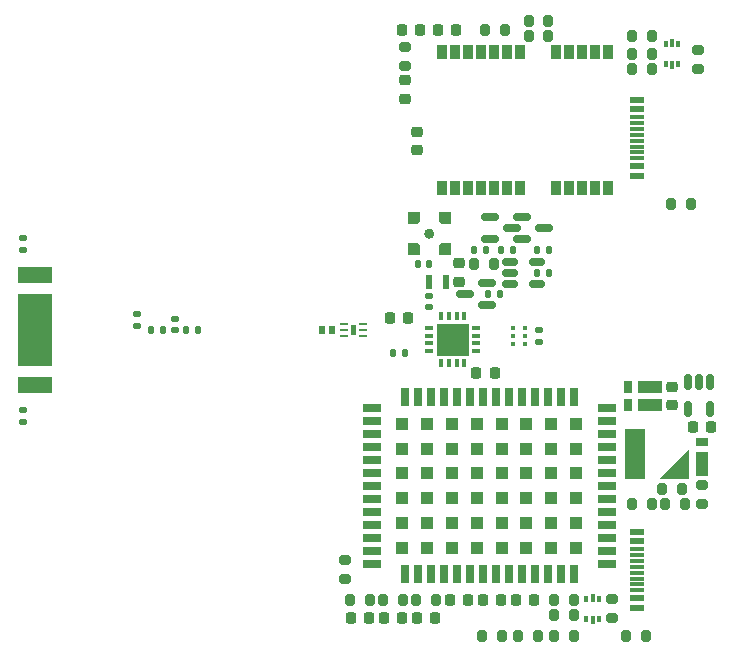
<source format=gtp>
G04 #@! TF.GenerationSoftware,KiCad,Pcbnew,(6.0.9)*
G04 #@! TF.CreationDate,2023-11-11T19:45:23+09:00*
G04 #@! TF.ProjectId,CLAS_Combo_Breakout,434c4153-5f43-46f6-9d62-6f5f42726561,rev?*
G04 #@! TF.SameCoordinates,Original*
G04 #@! TF.FileFunction,Paste,Top*
G04 #@! TF.FilePolarity,Positive*
%FSLAX46Y46*%
G04 Gerber Fmt 4.6, Leading zero omitted, Abs format (unit mm)*
G04 Created by KiCad (PCBNEW (6.0.9)) date 2023-11-11 19:45:23*
%MOMM*%
%LPD*%
G01*
G04 APERTURE LIST*
G04 Aperture macros list*
%AMRoundRect*
0 Rectangle with rounded corners*
0 $1 Rounding radius*
0 $2 $3 $4 $5 $6 $7 $8 $9 X,Y pos of 4 corners*
0 Add a 4 corners polygon primitive as box body*
4,1,4,$2,$3,$4,$5,$6,$7,$8,$9,$2,$3,0*
0 Add four circle primitives for the rounded corners*
1,1,$1+$1,$2,$3*
1,1,$1+$1,$4,$5*
1,1,$1+$1,$6,$7*
1,1,$1+$1,$8,$9*
0 Add four rect primitives between the rounded corners*
20,1,$1+$1,$2,$3,$4,$5,0*
20,1,$1+$1,$4,$5,$6,$7,0*
20,1,$1+$1,$6,$7,$8,$9,0*
20,1,$1+$1,$8,$9,$2,$3,0*%
%AMOutline5P*
0 Free polygon, 5 corners , with rotation*
0 The origin of the aperture is its center*
0 number of corners: always 5*
0 $1 to $10 corner X, Y*
0 $11 Rotation angle, in degrees counterclockwise*
0 create outline with 5 corners*
4,1,5,$1,$2,$3,$4,$5,$6,$7,$8,$9,$10,$1,$2,$11*%
%AMOutline6P*
0 Free polygon, 6 corners , with rotation*
0 The origin of the aperture is its center*
0 number of corners: always 6*
0 $1 to $12 corner X, Y*
0 $13 Rotation angle, in degrees counterclockwise*
0 create outline with 6 corners*
4,1,6,$1,$2,$3,$4,$5,$6,$7,$8,$9,$10,$11,$12,$1,$2,$13*%
%AMOutline7P*
0 Free polygon, 7 corners , with rotation*
0 The origin of the aperture is its center*
0 number of corners: always 7*
0 $1 to $14 corner X, Y*
0 $15 Rotation angle, in degrees counterclockwise*
0 create outline with 7 corners*
4,1,7,$1,$2,$3,$4,$5,$6,$7,$8,$9,$10,$11,$12,$13,$14,$1,$2,$15*%
%AMOutline8P*
0 Free polygon, 8 corners , with rotation*
0 The origin of the aperture is its center*
0 number of corners: always 8*
0 $1 to $16 corner X, Y*
0 $17 Rotation angle, in degrees counterclockwise*
0 create outline with 8 corners*
4,1,8,$1,$2,$3,$4,$5,$6,$7,$8,$9,$10,$11,$12,$13,$14,$15,$16,$1,$2,$17*%
G04 Aperture macros list end*
%ADD10C,0.445000*%
%ADD11RoundRect,0.200000X-0.200000X-0.275000X0.200000X-0.275000X0.200000X0.275000X-0.200000X0.275000X0*%
%ADD12RoundRect,0.200000X0.200000X0.275000X-0.200000X0.275000X-0.200000X-0.275000X0.200000X-0.275000X0*%
%ADD13RoundRect,0.135000X-0.135000X-0.185000X0.135000X-0.185000X0.135000X0.185000X-0.135000X0.185000X0*%
%ADD14RoundRect,0.140000X-0.140000X-0.170000X0.140000X-0.170000X0.140000X0.170000X-0.140000X0.170000X0*%
%ADD15RoundRect,0.218750X0.218750X0.256250X-0.218750X0.256250X-0.218750X-0.256250X0.218750X-0.256250X0*%
%ADD16RoundRect,0.200000X-0.275000X0.200000X-0.275000X-0.200000X0.275000X-0.200000X0.275000X0.200000X0*%
%ADD17RoundRect,0.150000X0.587500X0.150000X-0.587500X0.150000X-0.587500X-0.150000X0.587500X-0.150000X0*%
%ADD18R,1.160000X0.600000*%
%ADD19R,1.160000X0.300000*%
%ADD20RoundRect,0.135000X0.185000X-0.135000X0.185000X0.135000X-0.185000X0.135000X-0.185000X-0.135000X0*%
%ADD21R,0.570000X1.150000*%
%ADD22RoundRect,0.225000X0.225000X0.250000X-0.225000X0.250000X-0.225000X-0.250000X0.225000X-0.250000X0*%
%ADD23R,2.000000X1.100000*%
%ADD24R,0.800000X1.100000*%
%ADD25R,0.330000X0.410000*%
%ADD26RoundRect,0.135000X0.135000X0.185000X-0.135000X0.185000X-0.135000X-0.185000X0.135000X-0.185000X0*%
%ADD27Outline5P,-0.470000X0.470000X0.340000X0.470000X0.470000X0.340000X0.470000X-0.470000X-0.470000X-0.470000X90.000000*%
%ADD28Outline5P,-0.470000X0.340000X-0.340000X0.470000X0.470000X0.470000X0.470000X-0.470000X-0.470000X-0.470000X90.000000*%
%ADD29Outline5P,-0.470000X0.470000X0.470000X0.470000X0.470000X-0.340000X0.340000X-0.470000X-0.470000X-0.470000X90.000000*%
%ADD30Outline5P,-0.470000X0.470000X0.470000X0.470000X0.470000X-0.470000X-0.340000X-0.470000X-0.470000X-0.340000X90.000000*%
%ADD31R,0.375000X0.500000*%
%ADD32R,0.300000X0.650000*%
%ADD33RoundRect,0.140000X0.170000X-0.140000X0.170000X0.140000X-0.170000X0.140000X-0.170000X-0.140000X0*%
%ADD34RoundRect,0.150000X-0.512500X-0.150000X0.512500X-0.150000X0.512500X0.150000X-0.512500X0.150000X0*%
%ADD35RoundRect,0.200000X0.275000X-0.200000X0.275000X0.200000X-0.275000X0.200000X-0.275000X-0.200000X0*%
%ADD36RoundRect,0.225000X-0.225000X-0.250000X0.225000X-0.250000X0.225000X0.250000X-0.225000X0.250000X0*%
%ADD37R,0.838200X1.295400*%
%ADD38RoundRect,0.225000X-0.250000X0.225000X-0.250000X-0.225000X0.250000X-0.225000X0.250000X0.225000X0*%
%ADD39RoundRect,0.135000X-0.185000X0.135000X-0.185000X-0.135000X0.185000X-0.135000X0.185000X0.135000X0*%
%ADD40R,2.900000X6.100000*%
%ADD41R,2.900000X1.350000*%
%ADD42R,0.800000X1.500000*%
%ADD43R,1.500000X0.800000*%
%ADD44R,1.100000X1.100000*%
%ADD45R,0.800000X0.350000*%
%ADD46R,0.350000X0.800000*%
%ADD47R,2.800000X2.800000*%
%ADD48RoundRect,0.150000X-0.150000X0.512500X-0.150000X-0.512500X0.150000X-0.512500X0.150000X0.512500X0*%
%ADD49R,1.700000X4.200000*%
%ADD50RoundRect,0.150000X-0.587500X-0.150000X0.587500X-0.150000X0.587500X0.150000X-0.587500X0.150000X0*%
%ADD51RoundRect,0.147500X-0.147500X-0.172500X0.147500X-0.172500X0.147500X0.172500X-0.147500X0.172500X0*%
%ADD52RoundRect,0.140000X-0.170000X0.140000X-0.170000X-0.140000X0.170000X-0.140000X0.170000X0.140000X0*%
%ADD53R,0.650000X0.250000*%
%ADD54R,1.100000X2.000000*%
%ADD55R,1.100000X0.800000*%
%ADD56R,0.500000X0.660000*%
%ADD57RoundRect,0.218750X0.256250X-0.218750X0.256250X0.218750X-0.256250X0.218750X-0.256250X-0.218750X0*%
%ADD58RoundRect,0.140000X0.140000X0.170000X-0.140000X0.170000X-0.140000X-0.170000X0.140000X-0.170000X0*%
G04 APERTURE END LIST*
D10*
X135274500Y-111844000D02*
G75*
G03*
X135274500Y-111844000I-222500J0D01*
G01*
G36*
X157061000Y-132583000D02*
G01*
X154575645Y-132583000D01*
X157061000Y-130097645D01*
X157061000Y-132583000D01*
G37*
G36*
X128439000Y-120450000D02*
G01*
X128839000Y-120450000D01*
X128839000Y-119550000D01*
X128439000Y-119550000D01*
X128439000Y-120450000D01*
G37*
D11*
X139815000Y-94572000D03*
X141465000Y-94572000D03*
X155055000Y-134704000D03*
X156705000Y-134704000D03*
D12*
X140512000Y-114384000D03*
X138862000Y-114384000D03*
D13*
X144194000Y-115146000D03*
X145214000Y-115146000D03*
D14*
X111520000Y-120000000D03*
X112480000Y-120000000D03*
D15*
X129997500Y-144356000D03*
X128422500Y-144356000D03*
D16*
X157785000Y-96287000D03*
X157785000Y-97937000D03*
D17*
X139926500Y-117874000D03*
X139926500Y-115974000D03*
X138051500Y-116924000D03*
D18*
X152655000Y-143492000D03*
X152655000Y-142692000D03*
D19*
X152655000Y-141542000D03*
X152655000Y-140542000D03*
X152655000Y-140042000D03*
X152655000Y-139042000D03*
D18*
X152655000Y-137892000D03*
X152655000Y-137092000D03*
X152655000Y-137092000D03*
X152655000Y-137892000D03*
D19*
X152655000Y-138542000D03*
X152655000Y-139542000D03*
X152655000Y-141042000D03*
X152655000Y-142042000D03*
D18*
X152655000Y-142692000D03*
X152655000Y-143492000D03*
D12*
X147307000Y-144102000D03*
X145657000Y-144102000D03*
D20*
X144323000Y-120990000D03*
X144323000Y-119970000D03*
D21*
X136482000Y-115908000D03*
X135052000Y-115908000D03*
D11*
X154801000Y-133434000D03*
X156451000Y-133434000D03*
D12*
X147307000Y-142832000D03*
X145657000Y-142832000D03*
D22*
X134303000Y-94572000D03*
X132753000Y-94572000D03*
D23*
X153782000Y-124798000D03*
D24*
X151882000Y-124798000D03*
D25*
X142176900Y-119820001D03*
X142176900Y-120480000D03*
X142176900Y-121139999D03*
X143167100Y-121139999D03*
X143167100Y-120480000D03*
X143167100Y-119820001D03*
D12*
X145148000Y-93810000D03*
X143498000Y-93810000D03*
D13*
X141146000Y-113241000D03*
X142166000Y-113241000D03*
D26*
X145214000Y-113241000D03*
X144194000Y-113241000D03*
D27*
X136372000Y-113164000D03*
D28*
X136372000Y-110524000D03*
D29*
X133732000Y-113164000D03*
D30*
X133732000Y-110524000D03*
D15*
X135585500Y-144356000D03*
X134010500Y-144356000D03*
D22*
X137351000Y-94572000D03*
X135801000Y-94572000D03*
D31*
X148357500Y-144444000D03*
D32*
X148895000Y-144519000D03*
D31*
X149432500Y-144444000D03*
X149432500Y-142744000D03*
D32*
X148895000Y-142669000D03*
D31*
X148357500Y-142744000D03*
D33*
X113500000Y-120000000D03*
X113500000Y-119040000D03*
D34*
X141915500Y-114196000D03*
X141915500Y-115146000D03*
X141915500Y-116096000D03*
X144190500Y-116096000D03*
X144190500Y-114196000D03*
D35*
X127940000Y-141117000D03*
X127940000Y-139467000D03*
D36*
X131737000Y-118984000D03*
X133287000Y-118984000D03*
D37*
X136179999Y-107945100D03*
X137280000Y-107945100D03*
X138380000Y-107945100D03*
X139480000Y-107945100D03*
X140580001Y-107945100D03*
X141680001Y-107945100D03*
X142779999Y-107945100D03*
X145779999Y-107945100D03*
X146880000Y-107945100D03*
X147980000Y-107945100D03*
X149080000Y-107945100D03*
X150180001Y-107945100D03*
X150180001Y-96438900D03*
X149080000Y-96438900D03*
X147980000Y-96438900D03*
X146880000Y-96438900D03*
X145779999Y-96438900D03*
X142779999Y-96438900D03*
X141680001Y-96438900D03*
X140580001Y-96438900D03*
X139480000Y-96438900D03*
X138380000Y-96438900D03*
X137280000Y-96438900D03*
X136179999Y-96438900D03*
D38*
X134036000Y-103195000D03*
X134036000Y-104745000D03*
D39*
X100700000Y-126750000D03*
X100700000Y-127770000D03*
D20*
X100700000Y-113250000D03*
X100700000Y-112230000D03*
D40*
X101650000Y-120000000D03*
D41*
X101650000Y-124625000D03*
X101650000Y-115375000D03*
D42*
X147282000Y-125680000D03*
X146182000Y-125680000D03*
X145082000Y-125680000D03*
X143982000Y-125680000D03*
X142882000Y-125680000D03*
X141782000Y-125680000D03*
X140682000Y-125680000D03*
X139582000Y-125680000D03*
X138482000Y-125680000D03*
X137382000Y-125680000D03*
X136282000Y-125680000D03*
X135182000Y-125680000D03*
X134082000Y-125680000D03*
X132982000Y-125680000D03*
D43*
X130182000Y-126580000D03*
X130182000Y-127680000D03*
X130182000Y-128780000D03*
X130182000Y-129880000D03*
X130182000Y-130980000D03*
X130182000Y-132080000D03*
X130182000Y-133180000D03*
X130182000Y-134280000D03*
X130182000Y-135380000D03*
X130182000Y-136480000D03*
X130182000Y-137580000D03*
X130182000Y-138680000D03*
X130182000Y-139780000D03*
D42*
X132982000Y-140680000D03*
X134082000Y-140680000D03*
X135182000Y-140680000D03*
X136282000Y-140680000D03*
X137382000Y-140680000D03*
X138482000Y-140680000D03*
X139582000Y-140680000D03*
X140682000Y-140680000D03*
X141782000Y-140680000D03*
X142882000Y-140680000D03*
X143982000Y-140680000D03*
X145082000Y-140680000D03*
X146182000Y-140680000D03*
X147282000Y-140680000D03*
D43*
X150082000Y-139780000D03*
X150082000Y-138680000D03*
X150082000Y-137580000D03*
X150082000Y-136480000D03*
X150082000Y-135380000D03*
X150082000Y-134280000D03*
X150082000Y-133180000D03*
X150082000Y-132080000D03*
X150082000Y-130980000D03*
X150082000Y-129880000D03*
X150082000Y-128780000D03*
X150082000Y-127680000D03*
X150082000Y-126580000D03*
D44*
X145382000Y-138430000D03*
X141182000Y-127930000D03*
X139082000Y-130030000D03*
X145382000Y-132130000D03*
X147482000Y-134230000D03*
X139082000Y-132130000D03*
X143282000Y-136330000D03*
X134882000Y-138430000D03*
X134882000Y-132130000D03*
X132782000Y-132130000D03*
X143282000Y-134230000D03*
X143282000Y-138430000D03*
X147482000Y-127930000D03*
X132782000Y-134230000D03*
X147482000Y-132130000D03*
X132782000Y-136330000D03*
X145382000Y-134230000D03*
X147482000Y-136330000D03*
X136982000Y-138430000D03*
X134882000Y-127930000D03*
X139082000Y-127930000D03*
X145382000Y-130030000D03*
X139082000Y-138430000D03*
X147482000Y-138430000D03*
X145382000Y-136330000D03*
X145382000Y-127930000D03*
X132782000Y-127930000D03*
X132782000Y-138430000D03*
X143282000Y-132130000D03*
X134882000Y-136330000D03*
X136982000Y-127930000D03*
X141182000Y-132130000D03*
X141182000Y-136330000D03*
X147482000Y-130030000D03*
X141182000Y-134230000D03*
X134882000Y-130030000D03*
X141182000Y-130030000D03*
X139082000Y-134230000D03*
X143282000Y-130030000D03*
X134882000Y-134230000D03*
X141182000Y-138430000D03*
X136982000Y-130030000D03*
X132782000Y-130030000D03*
X139082000Y-136330000D03*
X136982000Y-134230000D03*
X136982000Y-136330000D03*
X136982000Y-132130000D03*
X143282000Y-127930000D03*
D45*
X139052000Y-121780000D03*
X139052000Y-121130000D03*
X139052000Y-120480000D03*
X139052000Y-119830000D03*
D46*
X138027000Y-118805000D03*
X137377000Y-118805000D03*
X136727000Y-118805000D03*
X136077000Y-118805000D03*
D45*
X135052000Y-119830000D03*
X135052000Y-120480000D03*
X135052000Y-121130000D03*
X135052000Y-121780000D03*
D46*
X136077000Y-122805000D03*
X136727000Y-122805000D03*
X137377000Y-122805000D03*
X138027000Y-122805000D03*
D47*
X137052000Y-120805000D03*
D23*
X153782000Y-126322000D03*
D24*
X151882000Y-126322000D03*
D12*
X141211000Y-145880000D03*
X139561000Y-145880000D03*
D48*
X158862000Y-124422500D03*
X157912000Y-124422500D03*
X156962000Y-124422500D03*
X156962000Y-126697500D03*
X158862000Y-126697500D03*
D49*
X152506000Y-130478000D03*
D12*
X132829000Y-142832000D03*
X131179000Y-142832000D03*
X153911000Y-97874000D03*
X152261000Y-97874000D03*
D50*
X140210500Y-110386000D03*
X140210500Y-112286000D03*
X142085500Y-111336000D03*
D16*
X150546000Y-142769000D03*
X150546000Y-144419000D03*
D51*
X134082000Y-114384000D03*
X135052000Y-114384000D03*
D36*
X139052000Y-123655000D03*
X140602000Y-123655000D03*
D13*
X138862000Y-113241000D03*
X139882000Y-113241000D03*
D12*
X145148000Y-95080000D03*
X143498000Y-95080000D03*
D11*
X152261000Y-96604000D03*
X153911000Y-96604000D03*
D18*
X152655000Y-106916000D03*
X152655000Y-106116000D03*
D19*
X152655000Y-104966000D03*
X152655000Y-103966000D03*
X152655000Y-103466000D03*
X152655000Y-102466000D03*
D18*
X152655000Y-101316000D03*
X152655000Y-100516000D03*
X152655000Y-100516000D03*
X152655000Y-101316000D03*
D19*
X152655000Y-101966000D03*
X152655000Y-102966000D03*
X152655000Y-104466000D03*
X152655000Y-105466000D03*
D18*
X152655000Y-106116000D03*
X152655000Y-106916000D03*
D22*
X138367000Y-142832000D03*
X136817000Y-142832000D03*
D12*
X130035000Y-142832000D03*
X128385000Y-142832000D03*
D52*
X135052000Y-117079000D03*
X135052000Y-118039000D03*
D12*
X147307000Y-145880000D03*
X145657000Y-145880000D03*
D53*
X127814000Y-119500000D03*
X127814000Y-120000000D03*
X127814000Y-120500000D03*
X129464000Y-120500000D03*
X129464000Y-120000000D03*
X129464000Y-119500000D03*
D38*
X137592000Y-114358000D03*
X137592000Y-115908000D03*
X155626000Y-124785000D03*
X155626000Y-126335000D03*
D11*
X152261000Y-95080000D03*
X153911000Y-95080000D03*
D50*
X142877500Y-110386000D03*
X142877500Y-112286000D03*
X144752500Y-111336000D03*
D36*
X142405000Y-142832000D03*
X143955000Y-142832000D03*
D13*
X140003000Y-116924000D03*
X141023000Y-116924000D03*
X114490000Y-120000000D03*
X115510000Y-120000000D03*
D36*
X157391000Y-128227000D03*
X158941000Y-128227000D03*
D15*
X132791500Y-144356000D03*
X131216500Y-144356000D03*
D12*
X144259000Y-145880000D03*
X142609000Y-145880000D03*
D54*
X158166000Y-131336000D03*
D55*
X158166000Y-129436000D03*
D36*
X139611000Y-142832000D03*
X141161000Y-142832000D03*
D56*
X125966000Y-120000000D03*
X126866000Y-120000000D03*
D33*
X110310000Y-119630000D03*
X110310000Y-118670000D03*
D11*
X152261000Y-134704000D03*
X153911000Y-134704000D03*
D16*
X133020000Y-96033000D03*
X133020000Y-97683000D03*
D31*
X156163500Y-95754000D03*
D32*
X155626000Y-95679000D03*
D31*
X155088500Y-95754000D03*
X155088500Y-97454000D03*
D32*
X155626000Y-97529000D03*
D31*
X156163500Y-97454000D03*
D11*
X155563000Y-109304000D03*
X157213000Y-109304000D03*
D12*
X135623000Y-142832000D03*
X133973000Y-142832000D03*
D57*
X133020000Y-100439500D03*
X133020000Y-98864500D03*
D16*
X158166000Y-133117000D03*
X158166000Y-134767000D03*
D11*
X151753000Y-145880000D03*
X153403000Y-145880000D03*
D58*
X132992000Y-121944000D03*
X132032000Y-121944000D03*
M02*

</source>
